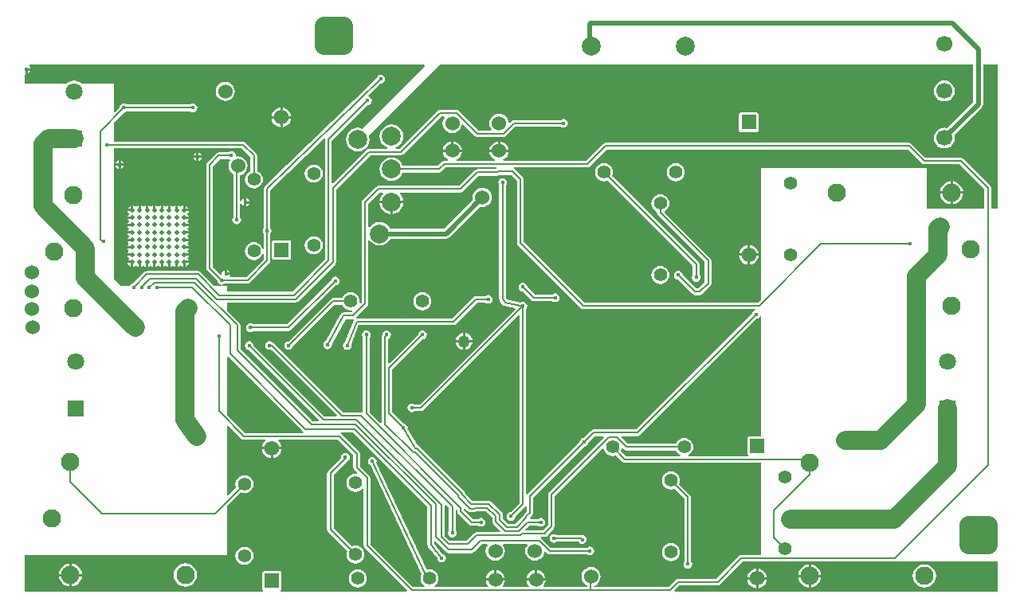
<source format=gbl>
G04 Layer_Physical_Order=2*
G04 Layer_Color=16711680*
%FSLAX25Y25*%
%MOIN*%
G70*
G01*
G75*
%ADD30C,0.06000*%
%ADD34C,0.00700*%
%ADD36C,0.02000*%
%ADD37C,0.08000*%
%ADD38C,0.07677*%
%ADD39C,0.05512*%
%ADD40C,0.07874*%
%ADD41C,0.02000*%
%ADD42C,0.07874*%
%ADD43C,0.06693*%
%ADD44R,0.06201X0.06201*%
%ADD45C,0.06201*%
%ADD46R,0.07087X0.07087*%
%ADD47C,0.07087*%
G04:AMPARAMS|DCode=48|XSize=160mil|YSize=160mil|CornerRadius=40mil|HoleSize=0mil|Usage=FLASHONLY|Rotation=0.000|XOffset=0mil|YOffset=0mil|HoleType=Round|Shape=RoundedRectangle|*
%AMROUNDEDRECTD48*
21,1,0.16000,0.08000,0,0,0.0*
21,1,0.08000,0.16000,0,0,0.0*
1,1,0.08000,0.04000,-0.04000*
1,1,0.08000,-0.04000,-0.04000*
1,1,0.08000,-0.04000,0.04000*
1,1,0.08000,0.04000,0.04000*
%
%ADD48ROUNDEDRECTD48*%
%ADD49C,0.01600*%
%ADD50C,0.05000*%
G36*
X252333Y61027D02*
X252333Y61027D01*
X252780Y60728D01*
X253307Y60624D01*
X274005D01*
X274219Y60106D01*
X274821Y59321D01*
X275606Y58719D01*
X275844Y58621D01*
X275745Y58121D01*
X253326D01*
X250945Y60502D01*
X251159Y61019D01*
X251214Y61439D01*
X251742Y61618D01*
X252333Y61027D01*
D02*
G37*
G36*
X92327Y65527D02*
X92773Y65228D01*
X93300Y65124D01*
X102165D01*
X102335Y64624D01*
X102076Y64424D01*
X101418Y63568D01*
X101005Y62570D01*
X100930Y62000D01*
X105000D01*
X109070D01*
X108995Y62570D01*
X108582Y63568D01*
X107924Y64424D01*
X107665Y64624D01*
X107835Y65124D01*
X132582D01*
X139124Y58582D01*
Y53400D01*
X139228Y52873D01*
X139527Y52427D01*
X140761Y51192D01*
X140527Y50719D01*
X140000Y50788D01*
X139020Y50659D01*
X138106Y50281D01*
X137321Y49679D01*
X136719Y48894D01*
X136341Y47980D01*
X136212Y47000D01*
X136341Y46020D01*
X136719Y45106D01*
X137321Y44321D01*
X138106Y43719D01*
X139020Y43341D01*
X140000Y43212D01*
X140981Y43341D01*
X141894Y43719D01*
X142679Y44321D01*
X142924Y44640D01*
X143424Y44471D01*
Y20700D01*
X143528Y20173D01*
X143827Y19727D01*
X161562Y1991D01*
X161371Y1529D01*
X108765D01*
X108616Y2029D01*
X108821Y2167D01*
X109042Y2498D01*
X109120Y2888D01*
Y9089D01*
X109042Y9479D01*
X108821Y9809D01*
X108491Y10031D01*
X108100Y10108D01*
X101900D01*
X101509Y10031D01*
X101179Y9809D01*
X100958Y9479D01*
X100880Y9089D01*
Y2888D01*
X100958Y2498D01*
X101179Y2167D01*
X101384Y2029D01*
X101235Y1529D01*
X1529D01*
Y16800D01*
X86300D01*
Y37353D01*
X92002Y43055D01*
X92519Y42841D01*
X93500Y42712D01*
X94481Y42841D01*
X95394Y43219D01*
X96179Y43821D01*
X96781Y44606D01*
X97159Y45520D01*
X97288Y46500D01*
X97159Y47480D01*
X96781Y48394D01*
X96179Y49179D01*
X95394Y49781D01*
X94481Y50159D01*
X93500Y50288D01*
X92519Y50159D01*
X91606Y49781D01*
X90821Y49179D01*
X90219Y48394D01*
X89841Y47480D01*
X89712Y46500D01*
X89841Y45520D01*
X90055Y45002D01*
X86762Y41708D01*
X86300Y41900D01*
Y70900D01*
X86762Y71092D01*
X92327Y65527D01*
D02*
G37*
G36*
X118027Y68527D02*
X118252Y68376D01*
X118100Y67876D01*
X93870D01*
X86300Y75447D01*
Y99546D01*
X86800Y99753D01*
X118027Y68527D01*
D02*
G37*
G36*
X309700Y116771D02*
Y66632D01*
X304900D01*
X304509Y66554D01*
X304179Y66333D01*
X303958Y66002D01*
X303880Y65612D01*
Y59411D01*
X303958Y59021D01*
X304179Y58691D01*
X304283Y58621D01*
X304132Y58121D01*
X279255D01*
X279156Y58621D01*
X279394Y58719D01*
X280179Y59321D01*
X280781Y60106D01*
X281159Y61019D01*
X281288Y62000D01*
X281159Y62981D01*
X280781Y63894D01*
X280179Y64679D01*
X279394Y65281D01*
X278481Y65659D01*
X277500Y65788D01*
X276519Y65659D01*
X275606Y65281D01*
X274821Y64679D01*
X274219Y63894D01*
X274005Y63376D01*
X253877D01*
X251092Y66162D01*
X251283Y66624D01*
X258000D01*
X258527Y66728D01*
X258973Y67027D01*
X307639Y115692D01*
X308202Y115804D01*
X308798Y116202D01*
X309196Y116798D01*
X309200Y116820D01*
X309700Y116771D01*
D02*
G37*
G36*
X179124Y36430D02*
Y27180D01*
X178804Y26702D01*
X178665Y26000D01*
X178804Y25298D01*
X179202Y24702D01*
X179798Y24304D01*
X180500Y24165D01*
X181202Y24304D01*
X181798Y24702D01*
X182196Y25298D01*
X182335Y26000D01*
X182196Y26702D01*
X181876Y27180D01*
Y35604D01*
X182376Y35858D01*
X182524Y35750D01*
Y35140D01*
X182628Y34613D01*
X182927Y34167D01*
X187567Y29527D01*
X188013Y29228D01*
X188540Y29124D01*
X191320D01*
X191798Y28804D01*
X192500Y28665D01*
X193202Y28804D01*
X193798Y29202D01*
X194196Y29798D01*
X194335Y30500D01*
X194196Y31202D01*
X193798Y31798D01*
X193202Y32196D01*
X192500Y32335D01*
X191798Y32196D01*
X191320Y31876D01*
X189110D01*
X185276Y35710D01*
Y36219D01*
X185738Y36411D01*
X187092Y35057D01*
X187092Y35057D01*
X187539Y34758D01*
X188066Y34654D01*
X189474D01*
X190001Y34758D01*
X190447Y35057D01*
X190564Y35174D01*
X194436D01*
X197174Y32436D01*
Y30894D01*
X197278Y30367D01*
X197577Y29921D01*
X200659Y26838D01*
X200468Y26376D01*
X190500D01*
X190500Y26377D01*
X189973Y26272D01*
X189527Y25973D01*
X186430Y22876D01*
X179418D01*
X177376Y24918D01*
Y37470D01*
X177876Y37677D01*
X179124Y36430D01*
D02*
G37*
G36*
X170124Y37082D02*
Y21000D01*
X170163Y20803D01*
X170182Y20602D01*
X170215Y20541D01*
X170228Y20473D01*
X170340Y20306D01*
X170435Y20128D01*
X174176Y15556D01*
X174165Y15500D01*
X174304Y14798D01*
X174702Y14202D01*
X175298Y13804D01*
X176000Y13665D01*
X176702Y13804D01*
X177298Y14202D01*
X177696Y14798D01*
X177835Y15500D01*
X177696Y16202D01*
X177298Y16798D01*
X176702Y17196D01*
X176331Y17269D01*
X172876Y21491D01*
Y22468D01*
X173338Y22659D01*
X177971Y18027D01*
X177971Y18027D01*
X178417Y17728D01*
X178944Y17624D01*
X178944Y17624D01*
X188500D01*
X189027Y17728D01*
X189473Y18027D01*
X192920Y21474D01*
X195109D01*
X195356Y20974D01*
X195006Y20517D01*
X194603Y19544D01*
X194465Y18500D01*
X194603Y17456D01*
X195006Y16483D01*
X195647Y15647D01*
X196483Y15006D01*
X197456Y14603D01*
X198500Y14466D01*
X199544Y14603D01*
X200517Y15006D01*
X201353Y15647D01*
X201994Y16483D01*
X202397Y17456D01*
X202535Y18500D01*
X202397Y19544D01*
X201994Y20517D01*
X201644Y20974D01*
X201890Y21474D01*
X211610D01*
X211856Y20974D01*
X211506Y20517D01*
X211103Y19544D01*
X210965Y18500D01*
X211103Y17456D01*
X211506Y16483D01*
X212147Y15647D01*
X212983Y15006D01*
X213956Y14603D01*
X215000Y14466D01*
X216044Y14603D01*
X217017Y15006D01*
X217853Y15647D01*
X218494Y16483D01*
X218897Y17456D01*
X218972Y18026D01*
X219500Y18205D01*
X220179Y17527D01*
X220625Y17228D01*
X221152Y17124D01*
X236820D01*
X237298Y16804D01*
X238000Y16665D01*
X238702Y16804D01*
X239298Y17202D01*
X239696Y17798D01*
X239835Y18500D01*
X239696Y19202D01*
X239298Y19798D01*
X238702Y20196D01*
X238000Y20335D01*
X237298Y20196D01*
X236820Y19876D01*
X221722D01*
X217775Y23823D01*
X217622Y23925D01*
X217774Y24425D01*
X219302D01*
X219829Y24530D01*
X220275Y24828D01*
X220573Y25275D01*
X220623Y25525D01*
X222823Y27725D01*
X223122Y28171D01*
X223226Y28698D01*
Y41587D01*
X243258Y61618D01*
X243786Y61439D01*
X243841Y61019D01*
X244219Y60106D01*
X244821Y59321D01*
X245606Y58719D01*
X246519Y58341D01*
X247500Y58212D01*
X248481Y58341D01*
X248998Y58555D01*
X251783Y55771D01*
X251783Y55771D01*
X252229Y55472D01*
X252756Y55368D01*
X252756Y55368D01*
X309700D01*
Y16770D01*
X301394D01*
X301394Y16771D01*
X300867Y16666D01*
X300421Y16367D01*
X300421Y16367D01*
X290930Y6876D01*
X275000D01*
X275000Y6876D01*
X274473Y6772D01*
X274027Y6473D01*
X270930Y3376D01*
X239676D01*
Y3958D01*
X240517Y4306D01*
X241353Y4947D01*
X241994Y5783D01*
X242397Y6756D01*
X242534Y7800D01*
X242397Y8844D01*
X241994Y9817D01*
X241353Y10653D01*
X240517Y11294D01*
X239544Y11697D01*
X238500Y11834D01*
X237456Y11697D01*
X236483Y11294D01*
X235647Y10653D01*
X235006Y9817D01*
X234603Y8844D01*
X234466Y7800D01*
X234603Y6756D01*
X235006Y5783D01*
X235647Y4947D01*
X236483Y4306D01*
X236924Y4123D01*
Y3376D01*
X218775D01*
X218529Y3876D01*
X218994Y4483D01*
X219397Y5456D01*
X219469Y6000D01*
X211531D01*
X211603Y5456D01*
X212006Y4483D01*
X212471Y3876D01*
X212225Y3376D01*
X201775D01*
X201529Y3876D01*
X201994Y4483D01*
X202397Y5456D01*
X202469Y6000D01*
X194531D01*
X194603Y5456D01*
X195006Y4483D01*
X195471Y3876D01*
X195225Y3376D01*
X173269D01*
X173099Y3876D01*
X173679Y4321D01*
X174281Y5106D01*
X174659Y6019D01*
X174788Y7000D01*
X174659Y7981D01*
X174281Y8894D01*
X173679Y9679D01*
X172894Y10281D01*
X171981Y10659D01*
X171000Y10788D01*
X170019Y10659D01*
X169838Y10584D01*
X148742Y55529D01*
X148835Y56000D01*
X148696Y56702D01*
X148298Y57298D01*
X147702Y57696D01*
X147000Y57835D01*
X146298Y57696D01*
X145702Y57298D01*
X145304Y56702D01*
X145165Y56000D01*
X145304Y55298D01*
X145702Y54702D01*
X146265Y54326D01*
X167659Y8748D01*
X167341Y7981D01*
X167212Y7000D01*
X167341Y6019D01*
X167719Y5106D01*
X168321Y4321D01*
X168901Y3876D01*
X168731Y3376D01*
X164070D01*
X146176Y21270D01*
Y49100D01*
X146177Y49100D01*
X146072Y49627D01*
X145773Y50073D01*
X141876Y53970D01*
Y59152D01*
X141876Y59152D01*
X141772Y59679D01*
X141473Y60125D01*
X141473Y60125D01*
X134125Y67473D01*
X133900Y67624D01*
X134052Y68124D01*
X139082D01*
X170124Y37082D01*
D02*
G37*
G36*
X376827Y180727D02*
X376827Y180727D01*
X377273Y180428D01*
X377800Y180324D01*
X377800Y180324D01*
X392730D01*
X403124Y169930D01*
Y161900D01*
X379000D01*
Y178900D01*
X309700D01*
Y123947D01*
X308330Y122576D01*
X235870D01*
X210377Y148070D01*
Y174000D01*
X210377Y174000D01*
X210272Y174527D01*
X209973Y174973D01*
X209973Y174973D01*
X206623Y178323D01*
X206177Y178622D01*
X206167Y178624D01*
X206217Y179124D01*
X237000D01*
X237527Y179228D01*
X237973Y179527D01*
X245070Y186624D01*
X370930D01*
X376827Y180727D01*
D02*
G37*
G36*
X243908Y66162D02*
X220877Y43130D01*
X220578Y42683D01*
X220474Y42157D01*
Y29268D01*
X218384Y27178D01*
X211182D01*
X210991Y27640D01*
X212474Y29124D01*
X216320D01*
X216798Y28804D01*
X217500Y28665D01*
X218202Y28804D01*
X218798Y29202D01*
X219196Y29798D01*
X219335Y30500D01*
X219196Y31202D01*
X218798Y31798D01*
X218202Y32196D01*
X217500Y32335D01*
X216798Y32196D01*
X216320Y31876D01*
X213222D01*
X212812Y32377D01*
X212823Y32432D01*
X213973Y33583D01*
X214272Y34029D01*
X214376Y34556D01*
Y40930D01*
X235639Y62192D01*
X236202Y62304D01*
X236798Y62702D01*
X237196Y63298D01*
X237308Y63861D01*
X240070Y66624D01*
X243717D01*
X243908Y66162D01*
D02*
G37*
G36*
X408471Y161900D02*
X405876D01*
Y170500D01*
X405772Y171027D01*
X405473Y171473D01*
X394273Y182673D01*
X393827Y182972D01*
X393300Y183076D01*
X378370D01*
X372473Y188973D01*
X372027Y189272D01*
X371500Y189376D01*
X244500D01*
X243973Y189272D01*
X243527Y188973D01*
X236430Y181876D01*
X201804D01*
X201705Y182376D01*
X202017Y182506D01*
X202853Y183147D01*
X203494Y183983D01*
X203897Y184956D01*
X203969Y185500D01*
X196031D01*
X196103Y184956D01*
X196506Y183983D01*
X197147Y183147D01*
X197983Y182506D01*
X198295Y182376D01*
X198196Y181876D01*
X182304D01*
X182204Y182376D01*
X182517Y182506D01*
X183353Y183147D01*
X183994Y183983D01*
X184397Y184956D01*
X184469Y185500D01*
X176531D01*
X176603Y184956D01*
X177006Y183983D01*
X177647Y183147D01*
X178483Y182506D01*
X178796Y182376D01*
X178696Y181876D01*
X177143D01*
X176616Y181772D01*
X176169Y181473D01*
X176169Y181473D01*
X174402Y179706D01*
X159794D01*
X159333Y180820D01*
X158541Y181851D01*
X157510Y182642D01*
X156309Y183140D01*
X155020Y183310D01*
X153731Y183140D01*
X152530Y182642D01*
X151499Y181851D01*
X150707Y180820D01*
X150210Y179619D01*
X150040Y178330D01*
X150210Y177041D01*
X150707Y175840D01*
X151499Y174809D01*
X152530Y174018D01*
X153731Y173520D01*
X155020Y173350D01*
X156309Y173520D01*
X157510Y174018D01*
X158541Y174809D01*
X159333Y175840D01*
X159794Y176953D01*
X174972D01*
X175499Y177058D01*
X175946Y177357D01*
X177713Y179124D01*
X199010D01*
X199092Y178624D01*
X198789Y178376D01*
X191000D01*
X190473Y178272D01*
X190027Y177973D01*
X190027Y177973D01*
X183430Y171376D01*
X149500D01*
X148973Y171272D01*
X148527Y170973D01*
X148527Y170973D01*
X143027Y165473D01*
X142728Y165027D01*
X142624Y164500D01*
Y122570D01*
X142177Y122124D01*
X141704Y122357D01*
X141788Y123000D01*
X141659Y123980D01*
X141281Y124894D01*
X140679Y125679D01*
X139894Y126281D01*
X138980Y126659D01*
X138000Y126788D01*
X137020Y126659D01*
X136106Y126281D01*
X135321Y125679D01*
X134719Y124894D01*
X134505Y124376D01*
X130500D01*
X129973Y124272D01*
X129527Y123973D01*
X111861Y106308D01*
X111298Y106196D01*
X110702Y105798D01*
X110304Y105202D01*
X110165Y104500D01*
X110304Y103798D01*
X110702Y103202D01*
X111298Y102804D01*
X112000Y102665D01*
X112702Y102804D01*
X113298Y103202D01*
X113696Y103798D01*
X113808Y104361D01*
X131070Y121624D01*
X134505D01*
X134719Y121106D01*
X135321Y120321D01*
X136106Y119719D01*
X137020Y119341D01*
X138000Y119212D01*
X138643Y119296D01*
X138876Y118823D01*
X138430Y118376D01*
X135000D01*
X134803Y118337D01*
X134603Y118318D01*
X134541Y118285D01*
X134473Y118272D01*
X134306Y118160D01*
X134128Y118065D01*
X134084Y118012D01*
X134027Y117973D01*
X133915Y117806D01*
X133787Y117651D01*
X127754Y106407D01*
X127698Y106396D01*
X127102Y105998D01*
X126704Y105402D01*
X126565Y104700D01*
X126704Y103998D01*
X127102Y103402D01*
X127698Y103004D01*
X128400Y102865D01*
X129102Y103004D01*
X129698Y103402D01*
X130096Y103998D01*
X130235Y104700D01*
X130161Y105071D01*
X135824Y115624D01*
X139000D01*
X139028Y115629D01*
X139259Y115373D01*
X139330Y115180D01*
X139228Y115027D01*
X139227Y115021D01*
X139224Y115016D01*
X135665Y106207D01*
X135202Y105898D01*
X134804Y105302D01*
X134665Y104600D01*
X134804Y103898D01*
X135202Y103302D01*
X135798Y102904D01*
X136500Y102765D01*
X137202Y102904D01*
X137798Y103302D01*
X138196Y103898D01*
X138335Y104600D01*
X138220Y105182D01*
X141428Y113124D01*
X181000D01*
X181527Y113228D01*
X181973Y113527D01*
X190970Y122524D01*
X194320D01*
X194798Y122204D01*
X195500Y122065D01*
X196202Y122204D01*
X196798Y122602D01*
X197196Y123198D01*
X197335Y123900D01*
X197196Y124602D01*
X196798Y125198D01*
X196202Y125596D01*
X195500Y125735D01*
X194798Y125596D01*
X194320Y125276D01*
X190400D01*
X190400Y125277D01*
X189873Y125172D01*
X189427Y124873D01*
X180430Y115876D01*
X140530D01*
X140451Y115966D01*
X140293Y116347D01*
X144973Y121027D01*
X145272Y121473D01*
X145377Y122000D01*
X145376Y122000D01*
Y148445D01*
X145876Y148615D01*
X146506Y147794D01*
X147538Y147002D01*
X148739Y146505D01*
X150028Y146335D01*
X151316Y146505D01*
X152517Y147002D01*
X153549Y147794D01*
X154340Y148825D01*
X154527Y149276D01*
X177815D01*
X178595Y149431D01*
X179257Y149873D01*
X191983Y162599D01*
X193000Y162466D01*
X194044Y162603D01*
X195017Y163006D01*
X195853Y163647D01*
X196494Y164483D01*
X196897Y165456D01*
X197035Y166500D01*
X196897Y167544D01*
X196494Y168517D01*
X195853Y169353D01*
X195017Y169994D01*
X194044Y170397D01*
X193000Y170535D01*
X191956Y170397D01*
X190983Y169994D01*
X190147Y169353D01*
X189506Y168517D01*
X189103Y167544D01*
X188965Y166500D01*
X189099Y165483D01*
X176970Y153354D01*
X154527D01*
X154340Y153805D01*
X153549Y154836D01*
X152517Y155627D01*
X151316Y156125D01*
X150028Y156295D01*
X148739Y156125D01*
X147538Y155627D01*
X146506Y154836D01*
X145876Y154015D01*
X145376Y154185D01*
Y163930D01*
X150070Y168624D01*
X151454D01*
X151615Y168150D01*
X151499Y168061D01*
X150707Y167030D01*
X150210Y165829D01*
X150106Y165040D01*
X155020D01*
X159934D01*
X159830Y165829D01*
X159333Y167030D01*
X158541Y168061D01*
X158425Y168150D01*
X158586Y168624D01*
X184000D01*
X184527Y168728D01*
X184973Y169027D01*
X191570Y175624D01*
X199348D01*
X199875Y175728D01*
X200242Y175974D01*
X205080D01*
X207624Y173430D01*
Y147500D01*
X207728Y146973D01*
X208027Y146527D01*
X234327Y120227D01*
X234327Y120227D01*
X234773Y119928D01*
X235300Y119824D01*
X235300Y119824D01*
X307392D01*
X307441Y119324D01*
X306798Y119196D01*
X306202Y118798D01*
X305804Y118202D01*
X305692Y117639D01*
X257430Y69376D01*
X239500D01*
X238973Y69272D01*
X238527Y68973D01*
X238527Y68973D01*
X235361Y65808D01*
X234798Y65696D01*
X234202Y65298D01*
X233804Y64702D01*
X233692Y64139D01*
X212027Y42473D01*
X211877Y42248D01*
X211377Y42400D01*
Y119820D01*
X211696Y120298D01*
X211835Y121000D01*
X211696Y121702D01*
X211298Y122298D01*
X210702Y122696D01*
X210000Y122835D01*
X209298Y122696D01*
X209111Y122571D01*
X203396Y123659D01*
X202876Y124424D01*
Y171620D01*
X203196Y172098D01*
X203335Y172800D01*
X203196Y173502D01*
X202798Y174098D01*
X202202Y174496D01*
X201500Y174635D01*
X200798Y174496D01*
X200202Y174098D01*
X199804Y173502D01*
X199665Y172800D01*
X199804Y172098D01*
X200124Y171620D01*
Y124000D01*
X200151Y123862D01*
X200152Y123721D01*
X200203Y123601D01*
X200228Y123473D01*
X200307Y123356D01*
X200362Y123226D01*
X201441Y121640D01*
X201823Y121263D01*
X202321Y121061D01*
X206663Y120234D01*
X206810Y119757D01*
X166830Y79776D01*
X164780D01*
X164302Y80096D01*
X163600Y80235D01*
X162898Y80096D01*
X162302Y79698D01*
X161904Y79102D01*
X161765Y78400D01*
X161904Y77698D01*
X162302Y77102D01*
X162898Y76704D01*
X163600Y76565D01*
X164302Y76704D01*
X164780Y77024D01*
X167400D01*
X167927Y77128D01*
X168373Y77427D01*
X208162Y117215D01*
X208624Y117024D01*
Y38570D01*
X204861Y34808D01*
X204298Y34696D01*
X203702Y34298D01*
X203304Y33702D01*
X203165Y33000D01*
X203304Y32298D01*
X203702Y31702D01*
X204298Y31304D01*
X205000Y31165D01*
X205702Y31304D01*
X206298Y31702D01*
X206696Y32298D01*
X206808Y32861D01*
X210973Y37027D01*
X211123Y37252D01*
X211624Y37100D01*
Y35126D01*
X210477Y33979D01*
X210178Y33533D01*
X210077Y33024D01*
X206930Y29876D01*
X203918D01*
X201626Y32168D01*
Y33710D01*
X201522Y34237D01*
X201223Y34683D01*
X196683Y39223D01*
X196237Y39522D01*
X195710Y39626D01*
X188820D01*
X185876Y42570D01*
Y42577D01*
X185772Y43104D01*
X185473Y43550D01*
X185473Y43550D01*
X166550Y62473D01*
X166103Y62772D01*
X165815Y62829D01*
X161775Y69697D01*
X161835Y70000D01*
X161696Y70702D01*
X161298Y71298D01*
X160702Y71696D01*
X160139Y71808D01*
X155376Y76570D01*
Y94430D01*
X168139Y107192D01*
X168702Y107304D01*
X169298Y107702D01*
X169696Y108298D01*
X169835Y109000D01*
X169696Y109702D01*
X169298Y110298D01*
X168702Y110696D01*
X168000Y110835D01*
X167298Y110696D01*
X166702Y110298D01*
X166304Y109702D01*
X166192Y109139D01*
X154138Y97085D01*
X153676Y97276D01*
Y107299D01*
X153702Y107304D01*
X154298Y107702D01*
X154696Y108298D01*
X154835Y109000D01*
X154696Y109702D01*
X154298Y110298D01*
X153702Y110696D01*
X153000Y110835D01*
X152298Y110696D01*
X151702Y110298D01*
X151304Y109702D01*
X151173Y109044D01*
X151028Y108827D01*
X150924Y108300D01*
Y72230D01*
X150424Y72023D01*
X145876Y76570D01*
Y107820D01*
X146196Y108298D01*
X146335Y109000D01*
X146196Y109702D01*
X145798Y110298D01*
X145202Y110696D01*
X144500Y110835D01*
X143798Y110696D01*
X143202Y110298D01*
X142804Y109702D01*
X142665Y109000D01*
X142804Y108298D01*
X143124Y107820D01*
Y76846D01*
X142623Y76552D01*
X142250Y76626D01*
X134820D01*
X105973Y105473D01*
X105527Y105772D01*
X105256Y105825D01*
X104702Y106196D01*
X104000Y106335D01*
X103298Y106196D01*
X102702Y105798D01*
X102304Y105202D01*
X102165Y104500D01*
X102304Y103798D01*
X102702Y103202D01*
X103298Y102804D01*
X104000Y102665D01*
X104702Y102804D01*
X104730Y102823D01*
X132215Y75338D01*
X132024Y74876D01*
X127070D01*
X97308Y104639D01*
X97196Y105202D01*
X96798Y105798D01*
X96202Y106196D01*
X95500Y106335D01*
X94798Y106196D01*
X94202Y105798D01*
X93804Y105202D01*
X93665Y104500D01*
X93804Y103798D01*
X94202Y103202D01*
X94798Y102804D01*
X95361Y102692D01*
X124715Y73338D01*
X124524Y72876D01*
X122070D01*
X91876Y103070D01*
Y113000D01*
X91772Y113527D01*
X91473Y113973D01*
X91473Y113973D01*
X86300Y119147D01*
Y122574D01*
X114854D01*
X115381Y122678D01*
X115828Y122977D01*
X131473Y138622D01*
X131772Y139069D01*
X131876Y139596D01*
Y169830D01*
X146270Y184224D01*
X159094D01*
X159621Y184328D01*
X160067Y184627D01*
X175914Y200474D01*
X177110D01*
X177356Y199974D01*
X177006Y199517D01*
X176603Y198544D01*
X176465Y197500D01*
X176603Y196456D01*
X177006Y195483D01*
X177647Y194647D01*
X178483Y194006D01*
X179456Y193603D01*
X180500Y193465D01*
X181544Y193603D01*
X182517Y194006D01*
X183353Y194647D01*
X183994Y195483D01*
X184397Y196456D01*
X184472Y197026D01*
X185000Y197205D01*
X190029Y192177D01*
X190475Y191878D01*
X191002Y191773D01*
X191002Y191774D01*
X201802D01*
X202329Y191878D01*
X202775Y192177D01*
X206722Y196124D01*
X225820D01*
X226298Y195804D01*
X227000Y195665D01*
X227702Y195804D01*
X228298Y196202D01*
X228696Y196798D01*
X228835Y197500D01*
X228696Y198202D01*
X228298Y198798D01*
X227702Y199196D01*
X227000Y199335D01*
X226298Y199196D01*
X225820Y198876D01*
X206152D01*
X205625Y198772D01*
X205178Y198473D01*
X204500Y197795D01*
X203972Y197974D01*
X203897Y198544D01*
X203494Y199517D01*
X202853Y200353D01*
X202017Y200994D01*
X201044Y201397D01*
X200000Y201535D01*
X198956Y201397D01*
X197983Y200994D01*
X197147Y200353D01*
X196506Y199517D01*
X196103Y198544D01*
X195966Y197500D01*
X196103Y196456D01*
X196506Y195483D01*
X196856Y195026D01*
X196609Y194526D01*
X191572D01*
X183275Y202823D01*
X182829Y203122D01*
X182302Y203226D01*
X175344D01*
X174817Y203122D01*
X174371Y202823D01*
X158524Y186976D01*
X156858D01*
X156759Y187476D01*
X157510Y187787D01*
X158541Y188579D01*
X159333Y189610D01*
X159830Y190811D01*
X160000Y192100D01*
X159830Y193389D01*
X159333Y194590D01*
X158541Y195621D01*
X157510Y196413D01*
X156309Y196910D01*
X155020Y197080D01*
X153731Y196910D01*
X152530Y196413D01*
X151499Y195621D01*
X150707Y194590D01*
X150210Y193389D01*
X150040Y192100D01*
X150210Y190811D01*
X150707Y189610D01*
X151499Y188579D01*
X152530Y187787D01*
X153281Y187476D01*
X153182Y186976D01*
X145700D01*
X145700Y186977D01*
X145173Y186872D01*
X144727Y186573D01*
X144727Y186573D01*
X130538Y172385D01*
X130076Y172576D01*
Y190130D01*
X145139Y205192D01*
X145702Y205304D01*
X146298Y205702D01*
X146696Y206298D01*
X146835Y207000D01*
X146696Y207702D01*
X146298Y208298D01*
X145702Y208696D01*
X145584Y208719D01*
X145443Y209199D01*
X150603Y214185D01*
X151202Y214304D01*
X151798Y214702D01*
X152196Y215298D01*
X152335Y216000D01*
X152196Y216702D01*
X151798Y217298D01*
X151202Y217696D01*
X150500Y217835D01*
X149798Y217696D01*
X149202Y217298D01*
X148804Y216702D01*
X148699Y216174D01*
X102043Y171090D01*
X102037Y171080D01*
X102027Y171073D01*
X101884Y170860D01*
X101737Y170649D01*
X101735Y170637D01*
X101728Y170627D01*
X101678Y170375D01*
X101624Y170124D01*
X101626Y170112D01*
X101624Y170100D01*
Y153680D01*
X101304Y153202D01*
X101165Y152500D01*
X101304Y151798D01*
X101624Y151320D01*
Y145100D01*
X101159Y144981D01*
X100781Y145894D01*
X100179Y146679D01*
X99394Y147281D01*
X98480Y147659D01*
X97500Y147788D01*
X96520Y147659D01*
X95606Y147281D01*
X94821Y146679D01*
X94219Y145894D01*
X93841Y144981D01*
X93712Y144000D01*
X93841Y143019D01*
X94219Y142106D01*
X94821Y141321D01*
X95606Y140719D01*
X96520Y140341D01*
X97500Y140212D01*
X98480Y140341D01*
X99394Y140719D01*
X100179Y141321D01*
X100781Y142106D01*
X101159Y143019D01*
X101624Y142900D01*
Y140570D01*
X94230Y133176D01*
X87682D01*
X87415Y133676D01*
X87496Y133798D01*
X87536Y134000D01*
X85800D01*
Y134500D01*
X85300D01*
Y136236D01*
X85098Y136196D01*
X84502Y135798D01*
X84104Y135202D01*
X83965Y134500D01*
X83968Y134486D01*
X83507Y134240D01*
X80276Y137470D01*
Y179630D01*
X83272Y182626D01*
X86924D01*
X87287Y182384D01*
X87484Y181819D01*
X87406Y181717D01*
X87003Y180744D01*
X86866Y179700D01*
X87003Y178656D01*
X87406Y177683D01*
X88047Y176847D01*
X88883Y176206D01*
X88924Y176189D01*
Y158280D01*
X88604Y157802D01*
X88465Y157100D01*
X88604Y156398D01*
X89002Y155802D01*
X89598Y155404D01*
X90300Y155265D01*
X91002Y155404D01*
X91598Y155802D01*
X91996Y156398D01*
X92135Y157100D01*
X91996Y157802D01*
X91676Y158280D01*
Y163800D01*
X92176Y163849D01*
X92204Y163709D01*
X92602Y163113D01*
X93198Y162715D01*
X93400Y162675D01*
Y164411D01*
Y166147D01*
X93198Y166107D01*
X92602Y165709D01*
X92204Y165113D01*
X92176Y164973D01*
X91676Y165022D01*
Y175768D01*
X91944Y175803D01*
X92917Y176206D01*
X93753Y176847D01*
X94394Y177683D01*
X94797Y178656D01*
X94934Y179700D01*
X94797Y180744D01*
X94394Y181717D01*
X93753Y182553D01*
X92917Y183194D01*
X91944Y183597D01*
X90900Y183735D01*
X90268Y183651D01*
X89940Y184002D01*
X89800Y184705D01*
X89402Y185300D01*
X88807Y185698D01*
X88104Y185838D01*
X87402Y185698D01*
X86924Y185379D01*
X82702D01*
X82176Y185274D01*
X81729Y184976D01*
X77927Y181173D01*
X77628Y180727D01*
X77524Y180200D01*
Y136900D01*
X77628Y136373D01*
X77927Y135927D01*
X82192Y131661D01*
X82304Y131098D01*
X82702Y130502D01*
X83298Y130104D01*
X84000Y129965D01*
X84702Y130104D01*
X85180Y130424D01*
X94800D01*
X95327Y130528D01*
X95773Y130827D01*
X103973Y139027D01*
X104272Y139473D01*
X104376Y140000D01*
Y151320D01*
X104696Y151798D01*
X104835Y152500D01*
X104696Y153202D01*
X104376Y153680D01*
Y169516D01*
X126936Y191316D01*
X127396Y191065D01*
X127324Y190700D01*
Y140770D01*
X113580Y127026D01*
X86300D01*
Y129400D01*
X81047D01*
X75123Y135323D01*
X74677Y135622D01*
X74150Y135726D01*
X52750D01*
X52750Y135726D01*
X52223Y135622D01*
X51777Y135323D01*
X51777Y135323D01*
X47061Y130608D01*
X46498Y130496D01*
X45902Y130098D01*
X45504Y129502D01*
X45484Y129400D01*
X42000D01*
X38800Y132600D01*
Y187124D01*
X92430D01*
X96124Y183430D01*
Y177495D01*
X95606Y177281D01*
X94821Y176679D01*
X94219Y175894D01*
X93841Y174980D01*
X93712Y174000D01*
X93841Y173020D01*
X94219Y172106D01*
X94821Y171321D01*
X95606Y170719D01*
X96520Y170341D01*
X97500Y170212D01*
X98480Y170341D01*
X99394Y170719D01*
X100179Y171321D01*
X100781Y172106D01*
X101159Y173020D01*
X101288Y174000D01*
X101159Y174980D01*
X100781Y175894D01*
X100179Y176679D01*
X99394Y177281D01*
X98876Y177495D01*
Y184000D01*
X98772Y184527D01*
X98473Y184973D01*
X93973Y189473D01*
X93527Y189772D01*
X93000Y189876D01*
X38800D01*
Y197853D01*
X43139Y202192D01*
X43702Y202304D01*
X44180Y202624D01*
X70820D01*
X71298Y202304D01*
X72000Y202165D01*
X72702Y202304D01*
X73298Y202702D01*
X73696Y203298D01*
X73835Y204000D01*
X73696Y204702D01*
X73298Y205298D01*
X72702Y205696D01*
X72000Y205835D01*
X71298Y205696D01*
X70820Y205377D01*
X44180D01*
X43702Y205696D01*
X43000Y205835D01*
X42298Y205696D01*
X41702Y205298D01*
X41304Y204702D01*
X41192Y204139D01*
X39262Y202208D01*
X38800Y202400D01*
Y214000D01*
X25637D01*
X25540Y214125D01*
X24591Y214854D01*
X23486Y215311D01*
X22300Y215468D01*
X21114Y215311D01*
X20009Y214854D01*
X19060Y214125D01*
X18963Y214000D01*
X1529D01*
Y217961D01*
X1900Y218241D01*
Y220100D01*
X2400D01*
Y220600D01*
X4136D01*
X4096Y220802D01*
X3698Y221398D01*
X3545Y221500D01*
X3696Y222000D01*
X168750D01*
X168942Y221538D01*
X142712Y195308D01*
X142261Y195495D01*
X140972Y195665D01*
X139684Y195495D01*
X138483Y194998D01*
X137451Y194206D01*
X136660Y193175D01*
X136162Y191974D01*
X135993Y190685D01*
X136162Y189396D01*
X136660Y188195D01*
X137451Y187164D01*
X138483Y186373D01*
X139684Y185875D01*
X140972Y185705D01*
X142261Y185875D01*
X143462Y186373D01*
X144494Y187164D01*
X145285Y188195D01*
X145782Y189396D01*
X145952Y190685D01*
X145782Y191974D01*
X145596Y192424D01*
X175171Y222000D01*
X398461D01*
Y206445D01*
X387587Y195571D01*
X387435Y195635D01*
X386300Y195784D01*
X385165Y195635D01*
X384108Y195197D01*
X383200Y194500D01*
X382503Y193592D01*
X382065Y192535D01*
X381916Y191400D01*
X382065Y190265D01*
X382503Y189208D01*
X383200Y188300D01*
X384108Y187603D01*
X385165Y187165D01*
X386300Y187016D01*
X387435Y187165D01*
X388492Y187603D01*
X389400Y188300D01*
X390097Y189208D01*
X390535Y190265D01*
X390684Y191400D01*
X390535Y192535D01*
X390471Y192687D01*
X401942Y204158D01*
X402384Y204820D01*
X402539Y205600D01*
Y222000D01*
X408471D01*
Y161900D01*
D02*
G37*
G36*
Y1529D02*
X273629D01*
X273438Y1991D01*
X275570Y4124D01*
X291500D01*
X292027Y4228D01*
X292473Y4527D01*
X301964Y14018D01*
X321201D01*
X321727Y14122D01*
X321729Y14124D01*
X365500D01*
X365884Y14200D01*
X408471D01*
Y1529D01*
D02*
G37*
%LPC*%
G36*
X104500Y61000D02*
X100930D01*
X101005Y60430D01*
X101418Y59432D01*
X102076Y58576D01*
X102932Y57918D01*
X103930Y57505D01*
X104500Y57430D01*
Y61000D01*
D02*
G37*
G36*
X109070D02*
X105500D01*
Y57430D01*
X106070Y57505D01*
X107068Y57918D01*
X107924Y58576D01*
X108582Y59432D01*
X108995Y60430D01*
X109070Y61000D01*
D02*
G37*
G36*
X135780Y59556D02*
X135077Y59416D01*
X134482Y59018D01*
X134084Y58423D01*
X133944Y57721D01*
X133999Y57446D01*
X128527Y51973D01*
X128228Y51527D01*
X128124Y51000D01*
Y27500D01*
X128228Y26973D01*
X128527Y26527D01*
X136555Y18498D01*
X136341Y17980D01*
X136212Y17000D01*
X136341Y16019D01*
X136719Y15106D01*
X137321Y14321D01*
X138106Y13719D01*
X139020Y13341D01*
X140000Y13212D01*
X140981Y13341D01*
X141894Y13719D01*
X142679Y14321D01*
X143281Y15106D01*
X143659Y16019D01*
X143788Y17000D01*
X143659Y17980D01*
X143281Y18894D01*
X142679Y19679D01*
X141894Y20281D01*
X140981Y20659D01*
X140000Y20788D01*
X139020Y20659D01*
X138502Y20445D01*
X130876Y28070D01*
Y50430D01*
X136469Y56022D01*
X136482Y56025D01*
X137077Y56423D01*
X137475Y57018D01*
X137615Y57721D01*
X137475Y58423D01*
X137077Y59018D01*
X136482Y59416D01*
X135780Y59556D01*
D02*
G37*
G36*
X68805Y13358D02*
X67542Y13192D01*
X66365Y12704D01*
X65355Y11929D01*
X64579Y10918D01*
X64091Y9741D01*
X63925Y8478D01*
X64091Y7215D01*
X64579Y6038D01*
X65355Y5027D01*
X66365Y4251D01*
X67542Y3764D01*
X68805Y3598D01*
X70069Y3764D01*
X71246Y4251D01*
X72256Y5027D01*
X73032Y6038D01*
X73520Y7215D01*
X73686Y8478D01*
X73520Y9741D01*
X73032Y10918D01*
X72256Y11929D01*
X71246Y12704D01*
X70069Y13192D01*
X68805Y13358D01*
D02*
G37*
G36*
X20274Y7978D02*
X15959D01*
X16060Y7215D01*
X16547Y6038D01*
X17323Y5027D01*
X18334Y4251D01*
X19511Y3764D01*
X20274Y3664D01*
Y7978D01*
D02*
G37*
G36*
X25589D02*
X21274D01*
Y3664D01*
X22037Y3764D01*
X23214Y4251D01*
X24225Y5027D01*
X25001Y6038D01*
X25488Y7215D01*
X25589Y7978D01*
D02*
G37*
G36*
X141000Y10788D02*
X140020Y10659D01*
X139106Y10281D01*
X138321Y9679D01*
X137719Y8894D01*
X137341Y7981D01*
X137212Y7000D01*
X137341Y6019D01*
X137719Y5106D01*
X138321Y4321D01*
X139106Y3719D01*
X140020Y3341D01*
X141000Y3212D01*
X141981Y3341D01*
X142894Y3719D01*
X143679Y4321D01*
X144281Y5106D01*
X144659Y6019D01*
X144788Y7000D01*
X144659Y7981D01*
X144281Y8894D01*
X143679Y9679D01*
X142894Y10281D01*
X141981Y10659D01*
X141000Y10788D01*
D02*
G37*
G36*
X20274Y13292D02*
X19511Y13192D01*
X18334Y12704D01*
X17323Y11929D01*
X16547Y10918D01*
X16060Y9741D01*
X15959Y8978D01*
X20274D01*
Y13292D01*
D02*
G37*
G36*
X21274D02*
Y8978D01*
X25589D01*
X25488Y9741D01*
X25001Y10918D01*
X24225Y11929D01*
X23214Y12704D01*
X22037Y13192D01*
X21274Y13292D01*
D02*
G37*
G36*
X93500Y20288D02*
X92519Y20159D01*
X91606Y19781D01*
X90821Y19179D01*
X90219Y18394D01*
X89841Y17481D01*
X89712Y16500D01*
X89841Y15519D01*
X90219Y14606D01*
X90821Y13821D01*
X91606Y13219D01*
X92519Y12841D01*
X93500Y12712D01*
X94481Y12841D01*
X95394Y13219D01*
X96179Y13821D01*
X96781Y14606D01*
X97159Y15519D01*
X97288Y16500D01*
X97159Y17481D01*
X96781Y18394D01*
X96179Y19179D01*
X95394Y19781D01*
X94481Y20159D01*
X93500Y20288D01*
D02*
G37*
G36*
X223000Y25535D02*
X222298Y25396D01*
X221702Y24998D01*
X221304Y24402D01*
X221165Y23700D01*
X221304Y22998D01*
X221702Y22402D01*
X222298Y22004D01*
X223000Y21865D01*
X223702Y22004D01*
X224180Y22324D01*
X233288D01*
X233502Y22002D01*
X234098Y21604D01*
X234800Y21465D01*
X235502Y21604D01*
X236098Y22002D01*
X236496Y22598D01*
X236635Y23300D01*
X236496Y24002D01*
X236098Y24598D01*
X235502Y24996D01*
X234800Y25135D01*
X234452Y25066D01*
X234400Y25076D01*
X224180D01*
X223702Y25396D01*
X223000Y25535D01*
D02*
G37*
G36*
X272000Y21788D02*
X271020Y21659D01*
X270106Y21281D01*
X269321Y20679D01*
X268719Y19894D01*
X268341Y18981D01*
X268212Y18000D01*
X268341Y17019D01*
X268719Y16106D01*
X269321Y15321D01*
X270106Y14719D01*
X271020Y14341D01*
X272000Y14212D01*
X272980Y14341D01*
X273894Y14719D01*
X274679Y15321D01*
X275281Y16106D01*
X275659Y17019D01*
X275788Y18000D01*
X275659Y18981D01*
X275281Y19894D01*
X274679Y20679D01*
X273894Y21281D01*
X272980Y21659D01*
X272000Y21788D01*
D02*
G37*
G36*
X198000Y10469D02*
X197456Y10397D01*
X196483Y9994D01*
X195647Y9353D01*
X195006Y8517D01*
X194603Y7544D01*
X194531Y7000D01*
X198000D01*
Y10469D01*
D02*
G37*
G36*
X199000D02*
Y7000D01*
X202469D01*
X202397Y7544D01*
X201994Y8517D01*
X201353Y9353D01*
X200517Y9994D01*
X199544Y10397D01*
X199000Y10469D01*
D02*
G37*
G36*
X272000Y51788D02*
X271020Y51659D01*
X270106Y51281D01*
X269321Y50679D01*
X268719Y49894D01*
X268341Y48981D01*
X268212Y48000D01*
X268341Y47019D01*
X268719Y46106D01*
X269321Y45321D01*
X270106Y44719D01*
X271020Y44341D01*
X272000Y44212D01*
X272980Y44341D01*
X273498Y44555D01*
X277624Y40430D01*
Y14180D01*
X277304Y13702D01*
X277165Y13000D01*
X277304Y12298D01*
X277702Y11702D01*
X278298Y11304D01*
X279000Y11165D01*
X279702Y11304D01*
X280298Y11702D01*
X280696Y12298D01*
X280835Y13000D01*
X280696Y13702D01*
X280377Y14180D01*
Y41000D01*
X280272Y41527D01*
X279973Y41973D01*
X279973Y41973D01*
X275445Y46502D01*
X275659Y47019D01*
X275788Y48000D01*
X275659Y48981D01*
X275281Y49894D01*
X274679Y50679D01*
X273894Y51281D01*
X272980Y51659D01*
X272000Y51788D01*
D02*
G37*
G36*
X216000Y10469D02*
Y7000D01*
X219469D01*
X219397Y7544D01*
X218994Y8517D01*
X218353Y9353D01*
X217517Y9994D01*
X216544Y10397D01*
X216000Y10469D01*
D02*
G37*
G36*
X215000D02*
X214456Y10397D01*
X213483Y9994D01*
X212647Y9353D01*
X212006Y8517D01*
X211603Y7544D01*
X211531Y7000D01*
X215000D01*
Y10469D01*
D02*
G37*
G36*
X267500Y167788D02*
X266519Y167659D01*
X265606Y167281D01*
X264821Y166679D01*
X264219Y165894D01*
X263841Y164980D01*
X263712Y164000D01*
X263841Y163020D01*
X264219Y162106D01*
X264821Y161321D01*
X265606Y160719D01*
X266124Y160505D01*
Y160000D01*
X266228Y159473D01*
X266527Y159027D01*
X286123Y139430D01*
Y131070D01*
X283430Y128376D01*
X282570D01*
X276808Y134139D01*
X276696Y134702D01*
X276298Y135298D01*
X275702Y135696D01*
X275000Y135835D01*
X274298Y135696D01*
X273702Y135298D01*
X273304Y134702D01*
X273165Y134000D01*
X273304Y133298D01*
X273702Y132702D01*
X274298Y132304D01*
X274861Y132192D01*
X281027Y126027D01*
X281027Y126027D01*
X281473Y125728D01*
X282000Y125624D01*
X284000D01*
X284527Y125728D01*
X284973Y126027D01*
X288473Y129527D01*
X288772Y129973D01*
X288877Y130500D01*
X288877Y130500D01*
Y140000D01*
X288772Y140527D01*
X288473Y140973D01*
X269241Y160206D01*
X269327Y160639D01*
X269417Y160737D01*
X270179Y161321D01*
X270781Y162106D01*
X271159Y163020D01*
X271288Y164000D01*
X271159Y164980D01*
X270781Y165894D01*
X270179Y166679D01*
X269394Y167281D01*
X268480Y167659D01*
X267500Y167788D01*
D02*
G37*
G36*
Y137788D02*
X266519Y137659D01*
X265606Y137281D01*
X264821Y136679D01*
X264219Y135894D01*
X263841Y134980D01*
X263712Y134000D01*
X263841Y133019D01*
X264219Y132106D01*
X264821Y131321D01*
X265606Y130719D01*
X266519Y130341D01*
X267500Y130212D01*
X268480Y130341D01*
X269394Y130719D01*
X270179Y131321D01*
X270781Y132106D01*
X271159Y133019D01*
X271288Y134000D01*
X271159Y134980D01*
X270781Y135894D01*
X270179Y136679D01*
X269394Y137281D01*
X268480Y137659D01*
X267500Y137788D01*
D02*
G37*
G36*
X274000Y180788D02*
X273020Y180659D01*
X272106Y180281D01*
X271321Y179679D01*
X270719Y178894D01*
X270341Y177980D01*
X270212Y177000D01*
X270341Y176020D01*
X270719Y175106D01*
X271321Y174321D01*
X272106Y173719D01*
X273020Y173341D01*
X274000Y173212D01*
X274980Y173341D01*
X275894Y173719D01*
X276679Y174321D01*
X277281Y175106D01*
X277659Y176020D01*
X277788Y177000D01*
X277659Y177980D01*
X277281Y178894D01*
X276679Y179679D01*
X275894Y180281D01*
X274980Y180659D01*
X274000Y180788D01*
D02*
G37*
G36*
X304000Y141988D02*
X300430D01*
X300505Y141418D01*
X300918Y140420D01*
X301576Y139564D01*
X302432Y138907D01*
X303430Y138493D01*
X304000Y138418D01*
Y141988D01*
D02*
G37*
G36*
X305000Y146558D02*
Y142988D01*
X308570D01*
X308495Y143559D01*
X308082Y144556D01*
X307424Y145413D01*
X306568Y146070D01*
X305570Y146483D01*
X305000Y146558D01*
D02*
G37*
G36*
X304000Y146558D02*
X303430Y146483D01*
X302432Y146070D01*
X301576Y145413D01*
X300918Y144556D01*
X300505Y143559D01*
X300430Y142988D01*
X304000D01*
Y146558D01*
D02*
G37*
G36*
X244000Y180788D02*
X243020Y180659D01*
X242106Y180281D01*
X241321Y179679D01*
X240719Y178894D01*
X240341Y177980D01*
X240212Y177000D01*
X240341Y176020D01*
X240719Y175106D01*
X241321Y174321D01*
X242106Y173719D01*
X243020Y173341D01*
X244000Y173212D01*
X244981Y173341D01*
X245498Y173555D01*
X281123Y137930D01*
Y134180D01*
X280804Y133702D01*
X280665Y133000D01*
X280804Y132298D01*
X281202Y131702D01*
X281798Y131304D01*
X282500Y131165D01*
X283202Y131304D01*
X283798Y131702D01*
X284196Y132298D01*
X284335Y133000D01*
X284196Y133702D01*
X283876Y134180D01*
Y138500D01*
X283772Y139027D01*
X283473Y139473D01*
X247445Y175502D01*
X247659Y176020D01*
X247788Y177000D01*
X247659Y177980D01*
X247281Y178894D01*
X246679Y179679D01*
X245894Y180281D01*
X244981Y180659D01*
X244000Y180788D01*
D02*
G37*
G36*
X308570Y141988D02*
X305000D01*
Y138418D01*
X305570Y138493D01*
X306568Y138907D01*
X307424Y139564D01*
X308082Y140420D01*
X308495Y141418D01*
X308570Y141988D01*
D02*
G37*
G36*
X394141Y168022D02*
X389826D01*
Y163707D01*
X390589Y163808D01*
X391766Y164296D01*
X392777Y165071D01*
X393552Y166082D01*
X394040Y167259D01*
X394141Y168022D01*
D02*
G37*
G36*
X388826D02*
X384511D01*
X384612Y167259D01*
X385100Y166082D01*
X385875Y165071D01*
X386886Y164296D01*
X388063Y163808D01*
X388826Y163707D01*
Y168022D01*
D02*
G37*
G36*
X389826Y173337D02*
Y169022D01*
X394141D01*
X394040Y169785D01*
X393552Y170962D01*
X392777Y171973D01*
X391766Y172748D01*
X390589Y173236D01*
X389826Y173337D01*
D02*
G37*
G36*
X388826Y173337D02*
X388063Y173236D01*
X386886Y172748D01*
X385875Y171973D01*
X385100Y170962D01*
X384612Y169785D01*
X384511Y169022D01*
X388826D01*
Y173337D01*
D02*
G37*
G36*
X210000Y130835D02*
X209298Y130696D01*
X208702Y130298D01*
X208304Y129702D01*
X208165Y129000D01*
X208304Y128298D01*
X208702Y127702D01*
X209298Y127304D01*
X209861Y127192D01*
X213527Y123527D01*
X213973Y123228D01*
X214500Y123124D01*
X222320D01*
X222798Y122804D01*
X223500Y122665D01*
X224202Y122804D01*
X224798Y123202D01*
X225196Y123798D01*
X225335Y124500D01*
X225196Y125202D01*
X224798Y125798D01*
X224202Y126196D01*
X223500Y126335D01*
X222798Y126196D01*
X222320Y125876D01*
X215070D01*
X211808Y129139D01*
X211696Y129702D01*
X211298Y130298D01*
X210702Y130696D01*
X210000Y130835D01*
D02*
G37*
G36*
X168000Y126788D02*
X167019Y126659D01*
X166106Y126281D01*
X165321Y125679D01*
X164719Y124894D01*
X164341Y123980D01*
X164212Y123000D01*
X164341Y122020D01*
X164719Y121106D01*
X165321Y120321D01*
X166106Y119719D01*
X167019Y119341D01*
X168000Y119212D01*
X168981Y119341D01*
X169894Y119719D01*
X170679Y120321D01*
X171281Y121106D01*
X171659Y122020D01*
X171788Y123000D01*
X171659Y123980D01*
X171281Y124894D01*
X170679Y125679D01*
X169894Y126281D01*
X168981Y126659D01*
X168000Y126788D01*
D02*
G37*
G36*
X184900Y105800D02*
X181936D01*
X181990Y105386D01*
X182343Y104535D01*
X182904Y103804D01*
X183635Y103243D01*
X184486Y102890D01*
X184900Y102836D01*
Y105800D01*
D02*
G37*
G36*
X188864D02*
X185900D01*
Y102836D01*
X186314Y102890D01*
X187165Y103243D01*
X187896Y103804D01*
X188457Y104535D01*
X188810Y105386D01*
X188864Y105800D01*
D02*
G37*
G36*
X184900Y109764D02*
X184486Y109710D01*
X183635Y109357D01*
X182904Y108796D01*
X182343Y108065D01*
X181990Y107214D01*
X181936Y106800D01*
X184900D01*
Y109764D01*
D02*
G37*
G36*
X185900D02*
Y106800D01*
X188864D01*
X188810Y107214D01*
X188457Y108065D01*
X187896Y108796D01*
X187165Y109357D01*
X186314Y109710D01*
X185900Y109764D01*
D02*
G37*
G36*
X131500Y133335D02*
X130798Y133196D01*
X130202Y132798D01*
X129804Y132202D01*
X129692Y131639D01*
X111430Y113376D01*
X97180D01*
X96702Y113696D01*
X96000Y113835D01*
X95298Y113696D01*
X94702Y113298D01*
X94304Y112702D01*
X94165Y112000D01*
X94304Y111298D01*
X94702Y110702D01*
X95298Y110304D01*
X96000Y110165D01*
X96702Y110304D01*
X97180Y110624D01*
X112000D01*
X112527Y110728D01*
X112973Y111027D01*
X131639Y129692D01*
X132202Y129804D01*
X132798Y130202D01*
X133196Y130798D01*
X133335Y131500D01*
X133196Y132202D01*
X132798Y132798D01*
X132202Y133196D01*
X131500Y133335D01*
D02*
G37*
G36*
X75636Y183100D02*
X74400D01*
Y181864D01*
X74602Y181904D01*
X75198Y182302D01*
X75596Y182898D01*
X75636Y183100D01*
D02*
G37*
G36*
X73400D02*
X72164D01*
X72204Y182898D01*
X72602Y182302D01*
X73198Y181904D01*
X73400Y181864D01*
Y183100D01*
D02*
G37*
G36*
Y185336D02*
X73198Y185296D01*
X72602Y184898D01*
X72204Y184302D01*
X72164Y184100D01*
X73400D01*
Y185336D01*
D02*
G37*
G36*
X180000Y189969D02*
X179456Y189897D01*
X178483Y189494D01*
X177647Y188853D01*
X177006Y188017D01*
X176603Y187044D01*
X176531Y186500D01*
X180000D01*
Y189969D01*
D02*
G37*
G36*
X74400Y185336D02*
Y184100D01*
X75636D01*
X75596Y184302D01*
X75198Y184898D01*
X74602Y185296D01*
X74400Y185336D01*
D02*
G37*
G36*
X40800Y179800D02*
X39564D01*
X39604Y179598D01*
X40002Y179002D01*
X40598Y178604D01*
X40800Y178564D01*
Y179800D01*
D02*
G37*
G36*
X43036D02*
X41800D01*
Y178564D01*
X42002Y178604D01*
X42598Y179002D01*
X42996Y179598D01*
X43036Y179800D01*
D02*
G37*
G36*
X41800Y182036D02*
Y180800D01*
X43036D01*
X42996Y181002D01*
X42598Y181598D01*
X42002Y181996D01*
X41800Y182036D01*
D02*
G37*
G36*
X40800D02*
X40598Y181996D01*
X40002Y181598D01*
X39604Y181002D01*
X39564Y180800D01*
X40800D01*
Y182036D01*
D02*
G37*
G36*
X181000Y189969D02*
Y186500D01*
X184469D01*
X184397Y187044D01*
X183994Y188017D01*
X183353Y188853D01*
X182517Y189494D01*
X181544Y189897D01*
X181000Y189969D01*
D02*
G37*
G36*
X109500Y204082D02*
Y200512D01*
X113070D01*
X112995Y201082D01*
X112582Y202080D01*
X111924Y202936D01*
X111068Y203593D01*
X110070Y204007D01*
X109500Y204082D01*
D02*
G37*
G36*
X108500Y204082D02*
X107930Y204007D01*
X106932Y203593D01*
X106076Y202936D01*
X105418Y202080D01*
X105005Y201082D01*
X104930Y200512D01*
X108500D01*
Y204082D01*
D02*
G37*
G36*
X386300Y215469D02*
X385165Y215320D01*
X384108Y214882D01*
X383200Y214185D01*
X382503Y213277D01*
X382065Y212220D01*
X381916Y211085D01*
X382065Y209950D01*
X382503Y208893D01*
X383200Y207985D01*
X384108Y207288D01*
X385165Y206851D01*
X386300Y206701D01*
X387435Y206851D01*
X388492Y207288D01*
X389400Y207985D01*
X390097Y208893D01*
X390535Y209950D01*
X390684Y211085D01*
X390535Y212220D01*
X390097Y213277D01*
X389400Y214185D01*
X388492Y214882D01*
X387435Y215320D01*
X386300Y215469D01*
D02*
G37*
G36*
X4136Y219600D02*
X2900D01*
Y218364D01*
X3102Y218404D01*
X3698Y218802D01*
X4096Y219398D01*
X4136Y219600D01*
D02*
G37*
G36*
X85500Y214934D02*
X84456Y214797D01*
X83483Y214394D01*
X82647Y213753D01*
X82006Y212917D01*
X81603Y211944D01*
X81466Y210900D01*
X81603Y209856D01*
X82006Y208883D01*
X82647Y208047D01*
X83483Y207406D01*
X84456Y207003D01*
X85500Y206866D01*
X86544Y207003D01*
X87517Y207406D01*
X88353Y208047D01*
X88994Y208883D01*
X89397Y209856D01*
X89534Y210900D01*
X89397Y211944D01*
X88994Y212917D01*
X88353Y213753D01*
X87517Y214394D01*
X86544Y214797D01*
X85500Y214934D01*
D02*
G37*
G36*
X200500Y189969D02*
Y186500D01*
X203969D01*
X203897Y187044D01*
X203494Y188017D01*
X202853Y188853D01*
X202017Y189494D01*
X201044Y189897D01*
X200500Y189969D01*
D02*
G37*
G36*
X199500D02*
X198956Y189897D01*
X197983Y189494D01*
X197147Y188853D01*
X196506Y188017D01*
X196103Y187044D01*
X196031Y186500D01*
X199500D01*
Y189969D01*
D02*
G37*
G36*
X307600Y202120D02*
X301400D01*
X301009Y202042D01*
X300679Y201821D01*
X300458Y201491D01*
X300380Y201100D01*
Y194900D01*
X300458Y194509D01*
X300679Y194179D01*
X301009Y193958D01*
X301400Y193880D01*
X307600D01*
X307991Y193958D01*
X308321Y194179D01*
X308542Y194509D01*
X308620Y194900D01*
Y201100D01*
X308542Y201491D01*
X308321Y201821D01*
X307991Y202042D01*
X307600Y202120D01*
D02*
G37*
G36*
X108500Y199512D02*
X104930D01*
X105005Y198941D01*
X105418Y197944D01*
X106076Y197087D01*
X106932Y196430D01*
X107930Y196017D01*
X108500Y195942D01*
Y199512D01*
D02*
G37*
G36*
X113070D02*
X109500D01*
Y195942D01*
X110070Y196017D01*
X111068Y196430D01*
X111924Y197087D01*
X112582Y197944D01*
X112995Y198941D01*
X113070Y199512D01*
D02*
G37*
G36*
X122500Y180288D02*
X121519Y180159D01*
X120606Y179781D01*
X119821Y179179D01*
X119219Y178394D01*
X118841Y177480D01*
X118712Y176500D01*
X118841Y175520D01*
X119219Y174606D01*
X119821Y173821D01*
X120606Y173219D01*
X121519Y172841D01*
X122500Y172712D01*
X123480Y172841D01*
X124394Y173219D01*
X125179Y173821D01*
X125781Y174606D01*
X126159Y175520D01*
X126288Y176500D01*
X126159Y177480D01*
X125781Y178394D01*
X125179Y179179D01*
X124394Y179781D01*
X123480Y180159D01*
X122500Y180288D01*
D02*
G37*
G36*
X112100Y148620D02*
X105900D01*
X105509Y148542D01*
X105179Y148321D01*
X104958Y147991D01*
X104880Y147600D01*
Y141400D01*
X104958Y141009D01*
X105179Y140679D01*
X105509Y140458D01*
X105900Y140380D01*
X112100D01*
X112491Y140458D01*
X112821Y140679D01*
X113042Y141009D01*
X113120Y141400D01*
Y147600D01*
X113042Y147991D01*
X112821Y148321D01*
X112491Y148542D01*
X112100Y148620D01*
D02*
G37*
G36*
X122500Y150288D02*
X121519Y150159D01*
X120606Y149781D01*
X119821Y149179D01*
X119219Y148394D01*
X118841Y147480D01*
X118712Y146500D01*
X118841Y145519D01*
X119219Y144606D01*
X119821Y143821D01*
X120606Y143219D01*
X121519Y142841D01*
X122500Y142712D01*
X123480Y142841D01*
X124394Y143219D01*
X125179Y143821D01*
X125781Y144606D01*
X126159Y145519D01*
X126288Y146500D01*
X126159Y147480D01*
X125781Y148394D01*
X125179Y149179D01*
X124394Y149781D01*
X123480Y150159D01*
X122500Y150288D01*
D02*
G37*
G36*
X86300Y136236D02*
Y135000D01*
X87536D01*
X87496Y135202D01*
X87098Y135798D01*
X86502Y136196D01*
X86300Y136236D01*
D02*
G37*
G36*
X46100Y139000D02*
X44660D01*
X44716Y138720D01*
X45158Y138058D01*
X45820Y137616D01*
X46100Y137560D01*
Y139000D01*
D02*
G37*
G36*
X70240D02*
X68800D01*
Y137560D01*
X69080Y137616D01*
X69742Y138058D01*
X70184Y138720D01*
X70240Y139000D01*
D02*
G37*
G36*
X154520Y164040D02*
X150106D01*
X150210Y163251D01*
X150707Y162050D01*
X151499Y161019D01*
X152530Y160228D01*
X153731Y159730D01*
X154520Y159626D01*
Y164040D01*
D02*
G37*
G36*
X94400Y166147D02*
Y164911D01*
X95636D01*
X95596Y165113D01*
X95198Y165709D01*
X94602Y166107D01*
X94400Y166147D01*
D02*
G37*
G36*
X65700Y163140D02*
Y161200D01*
X64700D01*
Y163140D01*
X64420Y163084D01*
X64024Y162820D01*
X63650Y162682D01*
X63276Y162820D01*
X62880Y163084D01*
X62600Y163140D01*
Y161200D01*
X61600D01*
Y163140D01*
X61320Y163084D01*
X60924Y162820D01*
X60550Y162682D01*
X60176Y162820D01*
X59780Y163084D01*
X59500Y163140D01*
Y161200D01*
X58500D01*
Y163140D01*
X58220Y163084D01*
X57824Y162820D01*
X57450Y162682D01*
X57076Y162820D01*
X56680Y163084D01*
X56400Y163140D01*
Y161200D01*
X55400D01*
Y163140D01*
X55120Y163084D01*
X54724Y162820D01*
X54350Y162682D01*
X53976Y162820D01*
X53580Y163084D01*
X53300Y163140D01*
Y161200D01*
X52300D01*
Y163140D01*
X52020Y163084D01*
X51624Y162820D01*
X51250Y162682D01*
X50876Y162820D01*
X50480Y163084D01*
X50200Y163140D01*
Y161200D01*
X49200D01*
Y163140D01*
X48920Y163084D01*
X48524Y162820D01*
X48150Y162682D01*
X47776Y162820D01*
X47380Y163084D01*
X47100Y163140D01*
Y161200D01*
X46600D01*
Y160700D01*
X44660D01*
X44716Y160420D01*
X45158Y159758D01*
Y159542D01*
X44716Y158880D01*
X44660Y158600D01*
X46600D01*
Y157600D01*
X44660D01*
X44716Y157320D01*
X45158Y156658D01*
Y156442D01*
X44716Y155780D01*
X44660Y155500D01*
X46600D01*
Y154500D01*
X44660D01*
X44716Y154220D01*
X45158Y153558D01*
Y153342D01*
X44716Y152680D01*
X44660Y152400D01*
X46600D01*
Y151400D01*
X44660D01*
X44716Y151120D01*
X45158Y150458D01*
Y150242D01*
X44716Y149580D01*
X44660Y149300D01*
X46600D01*
Y148300D01*
X44660D01*
X44716Y148020D01*
X44980Y147624D01*
X45118Y147250D01*
X44980Y146876D01*
X44716Y146480D01*
X44660Y146200D01*
X46600D01*
Y145200D01*
X44660D01*
X44716Y144920D01*
X44980Y144524D01*
X45118Y144150D01*
X44980Y143776D01*
X44716Y143380D01*
X44660Y143100D01*
X46600D01*
Y142100D01*
X44660D01*
X44716Y141820D01*
X45158Y141158D01*
Y140942D01*
X44716Y140280D01*
X44660Y140000D01*
X46600D01*
Y139500D01*
X47100D01*
Y137560D01*
X47380Y137616D01*
X47776Y137880D01*
X48150Y138018D01*
X48524Y137880D01*
X48920Y137616D01*
X49200Y137560D01*
Y139500D01*
X50200D01*
Y137560D01*
X50480Y137616D01*
X50876Y137880D01*
X51250Y138018D01*
X51624Y137880D01*
X52020Y137616D01*
X52300Y137560D01*
Y139500D01*
X53300D01*
Y137560D01*
X53580Y137616D01*
X53976Y137880D01*
X54350Y138018D01*
X54724Y137880D01*
X55120Y137616D01*
X55400Y137560D01*
Y139500D01*
X56400D01*
Y137560D01*
X56680Y137616D01*
X57076Y137880D01*
X57450Y138018D01*
X57824Y137880D01*
X58220Y137616D01*
X58500Y137560D01*
Y139500D01*
X59500D01*
Y137560D01*
X59780Y137616D01*
X60176Y137880D01*
X60550Y138018D01*
X60924Y137880D01*
X61320Y137616D01*
X61600Y137560D01*
Y139500D01*
X62600D01*
Y137560D01*
X62880Y137616D01*
X63276Y137880D01*
X63650Y138018D01*
X64024Y137880D01*
X64420Y137616D01*
X64700Y137560D01*
Y139500D01*
X65700D01*
Y137560D01*
X65980Y137616D01*
X66376Y137880D01*
X66750Y138018D01*
X67124Y137880D01*
X67520Y137616D01*
X67800Y137560D01*
Y139500D01*
X68300D01*
Y140000D01*
X70240D01*
X70184Y140280D01*
X69920Y140676D01*
X69782Y141050D01*
X69920Y141424D01*
X70184Y141820D01*
X70240Y142100D01*
X68300D01*
Y143100D01*
X70240D01*
X70184Y143380D01*
X69920Y143776D01*
X69782Y144150D01*
X69920Y144524D01*
X70184Y144920D01*
X70240Y145200D01*
X68300D01*
Y146200D01*
X70240D01*
X70184Y146480D01*
X69920Y146876D01*
X69782Y147250D01*
X69920Y147624D01*
X70184Y148020D01*
X70240Y148300D01*
X68300D01*
Y149300D01*
X70240D01*
X70184Y149580D01*
X69920Y149976D01*
X69782Y150350D01*
X69920Y150724D01*
X70184Y151120D01*
X70240Y151400D01*
X68300D01*
Y152400D01*
X70240D01*
X70184Y152680D01*
X69920Y153076D01*
X69782Y153450D01*
X69920Y153824D01*
X70184Y154220D01*
X70240Y154500D01*
X68300D01*
Y155500D01*
X70240D01*
X70184Y155780D01*
X69920Y156176D01*
X69782Y156550D01*
X69920Y156924D01*
X70184Y157320D01*
X70240Y157600D01*
X68300D01*
Y158600D01*
X70240D01*
X70184Y158880D01*
X69920Y159276D01*
X69782Y159650D01*
X69920Y160024D01*
X70184Y160420D01*
X70240Y160700D01*
X68300D01*
Y161200D01*
X67800D01*
Y163140D01*
X67520Y163084D01*
X67124Y162820D01*
X66750Y162682D01*
X66376Y162820D01*
X65980Y163084D01*
X65700Y163140D01*
D02*
G37*
G36*
X159934Y164040D02*
X155520D01*
Y159626D01*
X156309Y159730D01*
X157510Y160228D01*
X158541Y161019D01*
X159333Y162050D01*
X159830Y163251D01*
X159934Y164040D01*
D02*
G37*
G36*
X46100Y163140D02*
X45820Y163084D01*
X45158Y162642D01*
X44716Y161980D01*
X44660Y161700D01*
X46100D01*
Y163140D01*
D02*
G37*
G36*
X95636Y163911D02*
X94400D01*
Y162675D01*
X94602Y162715D01*
X95198Y163113D01*
X95596Y163709D01*
X95636Y163911D01*
D02*
G37*
G36*
X68800Y163140D02*
Y161700D01*
X70240D01*
X70184Y161980D01*
X69742Y162642D01*
X69080Y163084D01*
X68800Y163140D01*
D02*
G37*
G36*
X334783Y7600D02*
X330469D01*
Y3286D01*
X331232Y3386D01*
X332409Y3873D01*
X333419Y4649D01*
X334195Y5660D01*
X334682Y6837D01*
X334783Y7600D01*
D02*
G37*
G36*
X312070Y6500D02*
X308500D01*
Y2930D01*
X309070Y3005D01*
X310068Y3418D01*
X310924Y4076D01*
X311582Y4932D01*
X311995Y5930D01*
X312070Y6500D01*
D02*
G37*
G36*
X307500D02*
X303930D01*
X304005Y5930D01*
X304418Y4932D01*
X305076Y4076D01*
X305932Y3418D01*
X306930Y3005D01*
X307500Y2930D01*
Y6500D01*
D02*
G37*
G36*
X329468Y7600D02*
X325154D01*
X325255Y6837D01*
X325742Y5660D01*
X326518Y4649D01*
X327528Y3873D01*
X328705Y3386D01*
X329468Y3286D01*
Y7600D01*
D02*
G37*
G36*
X378000Y12980D02*
X376737Y12814D01*
X375560Y12326D01*
X374549Y11551D01*
X373774Y10540D01*
X373286Y9363D01*
X373120Y8100D01*
X373286Y6837D01*
X373774Y5660D01*
X374549Y4649D01*
X375560Y3873D01*
X376737Y3386D01*
X378000Y3220D01*
X379263Y3386D01*
X380440Y3873D01*
X381451Y4649D01*
X382226Y5660D01*
X382714Y6837D01*
X382880Y8100D01*
X382714Y9363D01*
X382226Y10540D01*
X381451Y11551D01*
X380440Y12326D01*
X379263Y12814D01*
X378000Y12980D01*
D02*
G37*
G36*
X330469Y12914D02*
Y8600D01*
X334783D01*
X334682Y9363D01*
X334195Y10540D01*
X333419Y11551D01*
X332409Y12326D01*
X331232Y12814D01*
X330469Y12914D01*
D02*
G37*
G36*
X307500Y11070D02*
X306930Y10995D01*
X305932Y10582D01*
X305076Y9924D01*
X304418Y9068D01*
X304005Y8070D01*
X303930Y7500D01*
X307500D01*
Y11070D01*
D02*
G37*
G36*
X329468Y12914D02*
X328705Y12814D01*
X327528Y12326D01*
X326518Y11551D01*
X325742Y10540D01*
X325255Y9363D01*
X325154Y8600D01*
X329468D01*
Y12914D01*
D02*
G37*
G36*
X308500Y11070D02*
Y7500D01*
X312070D01*
X311995Y8070D01*
X311582Y9068D01*
X310924Y9924D01*
X310068Y10582D01*
X309070Y10995D01*
X308500Y11070D01*
D02*
G37*
%LPD*%
D30*
X193000Y166500D02*
D03*
X215500Y6500D02*
D03*
X198500D02*
D03*
X200000Y186000D02*
D03*
X180500D02*
D03*
X215000Y18500D02*
D03*
X198500D02*
D03*
X200000Y197500D02*
D03*
X180500D02*
D03*
X4500Y135300D02*
D03*
X4600Y127214D02*
D03*
Y119804D02*
D03*
X5000Y112200D02*
D03*
X238500Y7800D02*
D03*
X85500Y210900D02*
D03*
X90900Y179700D02*
D03*
D34*
X244500Y188000D02*
X371500D01*
X201500Y124000D02*
Y172800D01*
Y173000D01*
X334700Y147000D02*
X371800D01*
X308900Y121200D02*
X334700Y147000D01*
X235300Y121200D02*
X308900D01*
X209000Y147500D02*
X235300Y121200D01*
X53759Y128700D02*
X56010Y130950D01*
X53700Y128700D02*
X53759D01*
X54009Y132650D02*
X73254D01*
X50600Y129241D02*
X54009Y132650D01*
X50600Y128800D02*
Y129241D01*
X56010Y130950D02*
X72550D01*
X56900Y128800D02*
X71700D01*
X52750Y134350D02*
X74150D01*
X71700Y128800D02*
X87500Y113000D01*
X72550Y130950D02*
X90500Y113000D01*
X73254Y132650D02*
X81954Y123950D01*
X74150Y134350D02*
X82850Y125650D01*
X47200Y128800D02*
X52750Y134350D01*
X84000Y131800D02*
X94800D01*
X78900Y136900D02*
X84000Y131800D01*
X94800D02*
X103000Y140000D01*
X112000Y104500D02*
X130500Y123000D01*
X138000D01*
X96000Y112000D02*
X112000D01*
X131500Y131500D01*
X209646Y121067D02*
X210000Y121000D01*
X209035Y121184D02*
X209646Y121067D01*
X210000Y38000D02*
Y121000D01*
X202579Y122414D02*
X209035Y121184D01*
X235500Y64000D02*
X239500Y68000D01*
X213000Y41500D02*
X235500Y64000D01*
X128700Y190700D02*
X145000Y207000D01*
X128700Y140200D02*
Y190700D01*
X114150Y125650D02*
X128700Y140200D01*
X82850Y125650D02*
X114150D01*
X144000Y122000D02*
Y164500D01*
X139000Y117000D02*
X144000Y122000D01*
X135000Y117000D02*
X139000D01*
X144000Y164500D02*
X149500Y170000D01*
X128400Y104700D02*
X135000Y117000D01*
X191000Y177000D02*
X199348D01*
X184000Y170000D02*
X191000Y177000D01*
X149500Y170000D02*
X184000D01*
X209000Y147500D02*
Y174000D01*
X199348Y177000D02*
X199698Y177350D01*
X205650D01*
X209000Y174000D01*
X237000Y180500D02*
X244500Y188000D01*
X177143Y180500D02*
X237000D01*
X155020Y178330D02*
X174972D01*
X177143Y180500D01*
X136500Y104600D02*
X140500Y114500D01*
X181000D01*
X144500Y76000D02*
Y109000D01*
Y76000D02*
X183592Y36908D01*
X183900D01*
X152300Y108300D02*
X153000Y109000D01*
X152300Y71548D02*
Y108300D01*
Y71548D02*
X164177Y59671D01*
X165002D01*
X154000Y95000D02*
X168000Y109000D01*
X154000Y76000D02*
Y95000D01*
X175344Y201850D02*
X182302D01*
X191002Y193150D01*
X201802D01*
X206152Y197500D01*
X227000D01*
X210000Y129000D02*
X214500Y124500D01*
X223500D01*
X201500Y124000D02*
X202579Y122414D01*
X154000Y76000D02*
X160000Y70000D01*
X211450Y33006D02*
X213000Y34556D01*
X211450Y32450D02*
Y33006D01*
X213000Y34556D02*
Y41500D01*
X249201Y66106D02*
X253307Y62000D01*
X277500D01*
X216802Y22850D02*
X221152Y18500D01*
X238000D01*
X258000Y68000D02*
X307500Y117500D01*
X275000Y134000D02*
X282000Y127000D01*
X284000D01*
X287500Y130500D01*
Y140000D01*
X267500Y160000D02*
X287500Y140000D01*
X267500Y160000D02*
Y164000D01*
X205000Y33000D02*
X210000Y38000D01*
X271500Y2000D02*
X275000Y5500D01*
X365500Y15500D02*
X404500Y54500D01*
X321307Y15500D02*
X365500D01*
X321201Y15394D02*
X321307Y15500D01*
X301394Y15394D02*
X321201D01*
X291500Y5500D02*
X301394Y15394D01*
X275000Y5500D02*
X291500D01*
X282500Y133000D02*
Y138500D01*
X244000Y177000D02*
X282500Y138500D01*
X279000Y13000D02*
Y41000D01*
X272000Y48000D02*
X279000Y41000D01*
X315000Y24000D02*
X319500Y19500D01*
X129500Y27500D02*
X140000Y17000D01*
X129500Y27500D02*
Y51000D01*
X170000Y7000D02*
X171000D01*
X147000Y56000D02*
X170000Y7000D01*
X103000Y140000D02*
Y152500D01*
X43000Y204000D02*
X72000D01*
X239500Y68000D02*
X258000D01*
X247500Y62000D02*
X252756Y56744D01*
X245799Y66106D02*
X249201D01*
X219302Y26150D02*
X221850Y28698D01*
Y42157D01*
X245799Y66106D01*
X207500Y28500D02*
X211450Y32450D01*
X160000Y70000D02*
X165000Y61500D01*
X208204Y26800D02*
X211904Y30500D01*
X202644Y26800D02*
X208204D01*
X203348Y28500D02*
X207500D01*
X211904Y30500D02*
X217500D01*
X200250Y31598D02*
Y33710D01*
Y31598D02*
X203348Y28500D01*
X198550Y30894D02*
X202644Y26800D01*
X198550Y30894D02*
Y33006D01*
X195006Y36550D02*
X198550Y33006D01*
X188250Y38250D02*
X195710D01*
X200250Y33710D01*
X189994Y36550D02*
X195006D01*
X189474Y36030D02*
X189994Y36550D01*
X188066Y36030D02*
X189474D01*
X188540Y30500D02*
X192500D01*
X182800Y41296D02*
Y41873D01*
Y41296D02*
X188066Y36030D01*
X184500Y42000D02*
Y42577D01*
Y42000D02*
X188250Y38250D01*
X165000Y61500D02*
X165577D01*
X184500Y42577D01*
X165002Y59671D02*
X182800Y41873D01*
X183900Y35140D02*
Y36908D01*
Y35140D02*
X188540Y30500D01*
X219302Y25802D02*
Y26150D01*
X209610Y25802D02*
X219302D01*
X180500Y26000D02*
Y37000D01*
X133152Y66500D02*
X140500Y59152D01*
X104000Y104500D02*
X105000D01*
X134250Y75250D01*
X142250D01*
X180500Y37000D01*
X95500Y104500D02*
X126500Y73500D01*
X208808Y25000D02*
X209610Y25802D01*
X171500Y21000D02*
X176000Y15500D01*
Y24348D02*
X178848Y21500D01*
X187000D01*
X190500Y25000D01*
X208808D01*
X192350Y22850D02*
X216802D01*
X188500Y19000D02*
X192350Y22850D01*
X178944Y19000D02*
X188500D01*
X173500Y24444D02*
X178944Y19000D01*
X140460Y73500D02*
X176000Y37960D01*
X140056Y71500D02*
X173500Y38056D01*
X121500Y71500D02*
X140056D01*
X173500Y24444D02*
Y38056D01*
X126500Y73500D02*
X140460D01*
X176000Y24348D02*
Y37960D01*
X119000Y69500D02*
X139652D01*
X171500Y37652D01*
Y21000D02*
Y37652D01*
X90500Y102500D02*
X121500Y71500D01*
X90500Y102500D02*
Y113000D01*
X87500Y101000D02*
X119000Y69500D01*
X87500Y101000D02*
Y113000D01*
X81954Y123950D02*
X114854D01*
X130500Y139596D01*
X36000Y188500D02*
X93000D01*
X97500Y184000D01*
Y174000D02*
Y184000D01*
X93300Y66500D02*
X133152D01*
X82800Y77000D02*
X93300Y66500D01*
X82800Y77000D02*
Y108600D01*
X81200Y34200D02*
X93500Y46500D01*
X20774Y47326D02*
Y55722D01*
Y47326D02*
X33900Y34200D01*
X81200D01*
X404500Y54500D02*
Y170500D01*
X371500Y188000D02*
X377800Y181700D01*
X393300D01*
X404500Y170500D01*
X252756Y56744D02*
X328569D01*
X329969Y55344D01*
Y50568D02*
Y55344D01*
X315000Y35600D02*
X329969Y50568D01*
X315000Y24000D02*
Y35600D01*
X140500Y53400D02*
Y59152D01*
X144800Y20700D02*
X163500Y2000D01*
X144800Y20700D02*
Y49100D01*
X140500Y53400D02*
X144800Y49100D01*
X103000Y170100D02*
X150500Y216000D01*
X103000Y152500D02*
Y170100D01*
X167400Y78400D02*
X210000Y121000D01*
X163600Y78400D02*
X167400D01*
X238300Y7600D02*
X238500Y7800D01*
X238300Y2000D02*
Y7600D01*
X163500Y2000D02*
X238300D01*
X271500D01*
X223000Y23700D02*
X234400D01*
X234800Y23300D01*
X181000Y114500D02*
X190400Y123900D01*
X195500D01*
X130500Y139596D02*
Y170400D01*
X145700Y185600D01*
X159094D01*
X175344Y201850D01*
X78900Y136900D02*
Y180200D01*
X82702Y184002D01*
X88104D01*
X90300Y157100D02*
Y179100D01*
X90900Y179700D01*
X33300Y148967D02*
X34600Y148100D01*
X33300Y148967D02*
Y194300D01*
X43000Y204000D01*
X129500Y51000D02*
X136000Y57500D01*
D36*
X238120Y231000D02*
Y239120D01*
X238500Y239500D02*
X389500D01*
X238120Y239120D02*
X238500Y239500D01*
X177815Y151315D02*
X193000Y166500D01*
X150028Y151315D02*
X177815D01*
X389500Y239500D02*
X400500Y228500D01*
X140972Y190685D02*
Y191000D01*
X400500Y205600D02*
Y228500D01*
X386300Y191400D02*
X400500Y205600D01*
D37*
X383700Y153474D02*
X384500Y154274D01*
X383700Y142600D02*
Y153474D01*
X374700Y133600D02*
X383700Y142600D01*
X374700Y79800D02*
Y133600D01*
X359700Y64800D02*
X374700Y79800D01*
X345000Y64800D02*
X359700D01*
X365222Y31722D02*
X387606Y54106D01*
X68532Y73532D02*
X73600Y66400D01*
X9200Y188900D02*
X11500Y191200D01*
X22300D01*
X387606Y54106D02*
Y78009D01*
X387600Y78015D02*
X387606Y78009D01*
X322094Y31722D02*
X365222D01*
X9200Y163100D02*
Y188900D01*
X27000Y132900D02*
X47900Y112000D01*
X27000Y132900D02*
Y145300D01*
X9200Y163100D02*
X27000Y145300D01*
X68532Y118756D02*
X69932Y120156D01*
X68532Y73532D02*
Y118756D01*
D38*
X345000Y64800D02*
D03*
X384500Y154274D02*
D03*
X389326Y121278D02*
D03*
X397200Y144900D02*
D03*
X389326Y168522D02*
D03*
X341295D02*
D03*
X329969Y55344D02*
D03*
X322094Y31722D02*
D03*
X329969Y8100D02*
D03*
X378000D02*
D03*
X21900Y167400D02*
D03*
X14026Y143778D02*
D03*
X21900Y120156D02*
D03*
X69932D02*
D03*
X68805Y8478D02*
D03*
X20774D02*
D03*
X12900Y32100D02*
D03*
X20774Y55722D02*
D03*
X73600Y66400D02*
D03*
X47900Y112000D02*
D03*
D39*
X97500Y144000D02*
D03*
Y174000D02*
D03*
X168000Y123000D02*
D03*
X138000D02*
D03*
X122500Y146500D02*
D03*
Y176500D02*
D03*
X322000Y172500D02*
D03*
Y142500D02*
D03*
X244000Y177000D02*
D03*
X274000D02*
D03*
X267500Y164000D02*
D03*
Y134000D02*
D03*
X319500Y49500D02*
D03*
Y19500D02*
D03*
X247500Y62000D02*
D03*
X277500D02*
D03*
X272000Y48000D02*
D03*
Y18000D02*
D03*
X93500Y16500D02*
D03*
Y46500D02*
D03*
X171000Y7000D02*
D03*
X141000D02*
D03*
X140000Y17000D02*
D03*
Y47000D02*
D03*
D40*
X140972Y190685D02*
D03*
X150028Y151315D02*
D03*
D41*
X68300Y139500D02*
D03*
X65200D02*
D03*
X62100D02*
D03*
X59000D02*
D03*
X55900D02*
D03*
X52800D02*
D03*
X49700D02*
D03*
X46600D02*
D03*
X68300Y142600D02*
D03*
X65200D02*
D03*
X62100D02*
D03*
X59000D02*
D03*
X55900D02*
D03*
X52800D02*
D03*
X49700D02*
D03*
X46600D02*
D03*
X68300Y145700D02*
D03*
X65200D02*
D03*
X62100D02*
D03*
X59000D02*
D03*
X55900D02*
D03*
X52800D02*
D03*
X49700D02*
D03*
X46600D02*
D03*
X68300Y148800D02*
D03*
X65200D02*
D03*
X62100D02*
D03*
X59000D02*
D03*
X55900D02*
D03*
X52800D02*
D03*
X49700D02*
D03*
X46600D02*
D03*
X68300Y151900D02*
D03*
X65200D02*
D03*
X62100D02*
D03*
X59000D02*
D03*
X55900D02*
D03*
X52800D02*
D03*
X49700D02*
D03*
X46600D02*
D03*
X68300Y155000D02*
D03*
X65200D02*
D03*
X62100D02*
D03*
X59000D02*
D03*
X55900D02*
D03*
X52800D02*
D03*
X49700D02*
D03*
X46600D02*
D03*
X68300Y158100D02*
D03*
X65200D02*
D03*
X62100D02*
D03*
X59000D02*
D03*
X55900D02*
D03*
X52800D02*
D03*
X49700D02*
D03*
X46600D02*
D03*
X68300Y161200D02*
D03*
X65200D02*
D03*
X62100D02*
D03*
X59000D02*
D03*
X55900D02*
D03*
X52800D02*
D03*
X49700D02*
D03*
X46600D02*
D03*
D42*
X278000Y229660D02*
D03*
X238620D02*
D03*
X155020Y192100D02*
D03*
Y178330D02*
D03*
Y164540D02*
D03*
D43*
X386300Y191400D02*
D03*
Y211085D02*
D03*
Y230770D02*
D03*
D44*
X105000Y5988D02*
D03*
X109000Y144500D02*
D03*
X304500Y198000D02*
D03*
X308000Y62512D02*
D03*
D45*
X105000Y61500D02*
D03*
X109000Y200012D02*
D03*
X304500Y142488D02*
D03*
X308000Y7000D02*
D03*
D46*
X22800Y78100D02*
D03*
X22300Y191200D02*
D03*
X387600Y78015D02*
D03*
D47*
X22800Y97785D02*
D03*
X22300Y210885D02*
D03*
X387600Y97700D02*
D03*
D48*
X400500Y25100D02*
D03*
X130900Y234200D02*
D03*
D49*
X201500Y172800D02*
D03*
X371800Y147000D02*
D03*
X53700Y128700D02*
D03*
X56900Y128800D02*
D03*
X84000Y131800D02*
D03*
X85800Y134500D02*
D03*
X47200Y128800D02*
D03*
X50600D02*
D03*
X275000Y134000D02*
D03*
X282500Y133000D02*
D03*
X145000Y207000D02*
D03*
X227000Y197500D02*
D03*
X210000Y121000D02*
D03*
X223500Y124500D02*
D03*
X210000Y129000D02*
D03*
X307500Y117500D02*
D03*
X279000Y13000D02*
D03*
X238000Y18500D02*
D03*
X217500Y30500D02*
D03*
X205000Y33000D02*
D03*
X192500Y30500D02*
D03*
X180500Y26000D02*
D03*
X176000Y15500D02*
D03*
X235500Y64000D02*
D03*
X160000Y70000D02*
D03*
X147000Y56000D02*
D03*
X135780Y57721D02*
D03*
X131500Y131500D02*
D03*
X103000Y152500D02*
D03*
X90300Y157100D02*
D03*
X93900Y164411D02*
D03*
X41300Y180300D02*
D03*
X36000Y188500D02*
D03*
X73900Y183600D02*
D03*
X72000Y204000D02*
D03*
X43000D02*
D03*
X96000Y112000D02*
D03*
X95500Y104500D02*
D03*
X104000D02*
D03*
X112000D02*
D03*
X128400Y104700D02*
D03*
X136500Y104600D02*
D03*
X144500Y109000D02*
D03*
X153000D02*
D03*
X168000D02*
D03*
X82800Y108600D02*
D03*
X34600Y148100D02*
D03*
X2400Y220100D02*
D03*
X223000Y23700D02*
D03*
X234800Y23300D02*
D03*
X195500Y123900D02*
D03*
X150500Y216000D02*
D03*
X163600Y78400D02*
D03*
X88104Y184002D02*
D03*
D50*
X185400Y106300D02*
D03*
M02*

</source>
